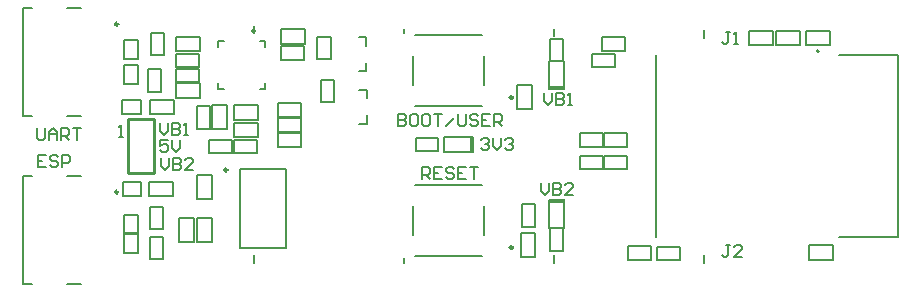
<source format=gto>
G04*
G04 #@! TF.GenerationSoftware,Altium Limited,Altium Designer,24.9.1 (31)*
G04*
G04 Layer_Color=65535*
%FSLAX25Y25*%
%MOIN*%
G70*
G04*
G04 #@! TF.SameCoordinates,0C4B9269-15E2-45E3-B218-B4FFBFC8B41E*
G04*
G04*
G04 #@! TF.FilePolarity,Positive*
G04*
G01*
G75*
%ADD10C,0.00787*%
%ADD11C,0.00984*%
%ADD12C,0.00500*%
%ADD13C,0.01000*%
%ADD14C,0.00600*%
%ADD15R,0.01456X0.05600*%
%ADD16R,0.05600X0.01456*%
D10*
X263358Y81500D02*
G03*
X263358Y81500I-394J0D01*
G01*
X151811Y70177D02*
Y79823D01*
X128878Y86811D02*
X151122D01*
X128189Y70177D02*
Y79823D01*
X128878Y63189D02*
X151122D01*
X151811Y20177D02*
Y29823D01*
X128878Y36811D02*
X151122D01*
X128189Y20177D02*
Y29823D01*
X128878Y13189D02*
X151122D01*
X112559Y65854D02*
Y68709D01*
X110000D02*
X112559D01*
Y57291D02*
Y60146D01*
X110000Y57291D02*
X112559D01*
X112459Y83454D02*
Y86309D01*
X109900D02*
X112459D01*
Y74891D02*
Y77746D01*
X109900Y74891D02*
X112459D01*
X-1909Y60000D02*
X945D01*
X12559D02*
X17480D01*
X-1909D02*
Y95984D01*
X945D01*
X12559D02*
X17480D01*
X-1909Y4016D02*
X945D01*
X12559D02*
X17480D01*
X-1909D02*
Y40000D01*
X945D01*
X12559D02*
X17480D01*
X63126Y69126D02*
Y71095D01*
Y69126D02*
X65095D01*
X78874D02*
Y71095D01*
X76906Y69126D02*
X78874D01*
X63126Y82906D02*
Y84874D01*
X65095D01*
X78874Y82906D02*
Y84874D01*
X76906D02*
X78874D01*
X70323Y15811D02*
X85677D01*
X70323Y42189D02*
X85677D01*
Y15811D02*
Y42189D01*
X70323Y15811D02*
Y42189D01*
D11*
X161358Y66142D02*
G03*
X161358Y66142I-492J0D01*
G01*
Y16142D02*
G03*
X161358Y16142I-492J0D01*
G01*
X29783Y90571D02*
G03*
X29783Y90571I-492J0D01*
G01*
Y34587D02*
G03*
X29783Y34587I-492J0D01*
G01*
X75429Y88360D02*
G03*
X75429Y88360I-492J0D01*
G01*
X66189Y41992D02*
G03*
X66189Y41992I-492J0D01*
G01*
D12*
X269917Y80315D02*
X289799D01*
X209090Y19685D02*
Y80315D01*
X269917Y19685D02*
X289799D01*
Y80315D01*
D13*
X33150Y59000D02*
X40850D01*
X41850D01*
Y42000D02*
Y59000D01*
Y41000D02*
Y42000D01*
X33150Y41000D02*
X41850D01*
X33150D02*
Y59000D01*
D14*
X60000Y52000D02*
X67600D01*
Y47600D02*
Y52000D01*
X60000Y47600D02*
X67600D01*
X60000D02*
Y52000D01*
X68300Y47600D02*
X75900D01*
X68300D02*
Y52000D01*
X75900D01*
Y47600D02*
Y52000D01*
X84162Y78772D02*
X91762D01*
X84162D02*
Y83172D01*
X91762D01*
Y78772D02*
Y83172D01*
X191200Y81800D02*
X198800D01*
X191200D02*
Y86200D01*
X198800D01*
Y81800D02*
Y86200D01*
X49200Y75700D02*
X56800D01*
Y71300D02*
Y75700D01*
X49200Y71300D02*
X56800D01*
X49200D02*
Y75700D01*
X164350Y22950D02*
Y30550D01*
X168750D01*
Y22950D02*
Y30550D01*
X164350Y22950D02*
X168750D01*
X49200Y80700D02*
X56800D01*
Y76300D02*
Y80700D01*
X49200Y76300D02*
X56800D01*
X49200D02*
Y80700D01*
X187700D02*
X195300D01*
Y76300D02*
Y80700D01*
X187700Y76300D02*
X195300D01*
X187700D02*
Y80700D01*
X55900Y55800D02*
Y63400D01*
X60300D01*
Y55800D02*
Y63400D01*
X55900Y55800D02*
X60300D01*
X209400Y16400D02*
X217000D01*
Y12000D02*
Y16400D01*
X209400Y12000D02*
X217000D01*
X209400D02*
Y16400D01*
X199700Y16500D02*
X207300D01*
Y12100D02*
Y16500D01*
X199700Y12100D02*
X207300D01*
X199700D02*
Y16500D01*
X83200Y54200D02*
X90800D01*
Y49800D02*
Y54200D01*
X83200Y49800D02*
X90800D01*
X83200D02*
Y54200D01*
Y64200D02*
X90800D01*
Y59800D02*
Y64200D01*
X83200Y59800D02*
X90800D01*
X83200D02*
Y64200D01*
Y54800D02*
X90800D01*
X83200D02*
Y59200D01*
X90800D01*
Y54800D02*
Y59200D01*
X191700Y54200D02*
X199300D01*
Y49800D02*
Y54200D01*
X191700Y49800D02*
X199300D01*
X191700D02*
Y54200D01*
Y46700D02*
X199300D01*
Y42300D02*
Y46700D01*
X191700Y42300D02*
X199300D01*
X191700D02*
Y46700D01*
X183700Y49800D02*
X191300D01*
X183700D02*
Y54200D01*
X191300D01*
Y49800D02*
Y54200D01*
X183700Y42300D02*
X191300D01*
X183700D02*
Y46700D01*
X191300D01*
Y42300D02*
Y46700D01*
X128916Y48200D02*
X136516D01*
X128916D02*
Y52600D01*
X136516D01*
Y48200D02*
Y52600D01*
X173800Y78200D02*
Y85800D01*
X178200D01*
Y78200D02*
Y85800D01*
X173800Y78200D02*
X178200D01*
Y15000D02*
Y22600D01*
X173800Y15000D02*
X178200D01*
X173800D02*
Y22600D01*
X178200D01*
X39600Y68100D02*
Y75700D01*
X44000D01*
Y68100D02*
Y75700D01*
X39600Y68100D02*
X44000D01*
X45000Y80200D02*
Y87800D01*
X40600Y80200D02*
X45000D01*
X40600D02*
Y87800D01*
X45000D01*
X101800Y64500D02*
Y72100D01*
X97400Y64500D02*
X101800D01*
X97400D02*
Y72100D01*
X101800D01*
X40300Y12200D02*
Y19800D01*
X44700D01*
Y12200D02*
Y19800D01*
X40300Y12200D02*
X44700D01*
Y22200D02*
Y29800D01*
X40300Y22200D02*
X44700D01*
X40300D02*
Y29800D01*
X44700D01*
X96166Y78835D02*
Y86435D01*
X100566D01*
Y78835D02*
Y86435D01*
X96166Y78835D02*
X100566D01*
X138516Y52900D02*
X147916D01*
X138516Y47900D02*
Y52900D01*
Y47900D02*
X147916D01*
X173500Y68900D02*
Y78300D01*
X178500D01*
Y68900D02*
Y78300D01*
X173500Y22500D02*
Y31900D01*
Y22500D02*
X178500D01*
Y31900D01*
X257013Y83517D02*
Y88317D01*
X249013D02*
X257013D01*
X249013Y83517D02*
Y88317D01*
Y83517D02*
X257013D01*
X240000Y83600D02*
Y88400D01*
Y83600D02*
X248000D01*
Y88400D01*
X240000D02*
X248000D01*
X76300Y58700D02*
Y63500D01*
X68300D02*
X76300D01*
X68300Y58700D02*
Y63500D01*
Y58700D02*
X76300D01*
Y52900D02*
Y57700D01*
X68300D02*
X76300D01*
X68300Y52900D02*
Y57700D01*
Y52900D02*
X76300D01*
X61200Y55600D02*
X66000D01*
Y63600D01*
X61200D02*
X66000D01*
X61200Y55600D02*
Y63600D01*
X163900Y13100D02*
X168700D01*
Y21100D01*
X163900D02*
X168700D01*
X163900Y13100D02*
Y21100D01*
X49000Y66100D02*
Y70900D01*
Y66100D02*
X57000D01*
Y70900D01*
X49000D02*
X57000D01*
X91962Y84072D02*
Y88872D01*
X83962D02*
X91962D01*
X83962Y84072D02*
Y88872D01*
Y84072D02*
X91962D01*
X48232Y60600D02*
Y65400D01*
X40232D02*
X48232D01*
X40232Y60600D02*
Y65400D01*
Y60600D02*
X48232D01*
X162800Y70400D02*
X167600D01*
X162800Y62400D02*
Y70400D01*
Y62400D02*
X167600D01*
Y70400D01*
X48000Y33300D02*
Y38100D01*
X40000D02*
X48000D01*
X40000Y33300D02*
Y38100D01*
Y33300D02*
X48000D01*
X267000Y83600D02*
Y88400D01*
X259000D02*
X267000D01*
X259000Y83600D02*
Y88400D01*
Y83600D02*
X267000D01*
X260100Y12100D02*
Y16900D01*
Y12100D02*
X268100D01*
Y16900D01*
X260100D02*
X268100D01*
X56166Y32168D02*
X60966D01*
Y40168D01*
X56166D02*
X60966D01*
X56166Y32168D02*
Y40168D01*
X56100Y26000D02*
X60900D01*
X56100Y18000D02*
Y26000D01*
Y18000D02*
X60900D01*
Y26000D01*
X50100D02*
X54900D01*
X50100Y18000D02*
Y26000D01*
Y18000D02*
X54900D01*
Y26000D01*
X49000Y81600D02*
Y86400D01*
Y81600D02*
X57000D01*
Y86400D01*
X49000D02*
X57000D01*
X31132Y65200D02*
X37332D01*
Y60600D02*
Y65200D01*
X31132Y60600D02*
X37332D01*
X31132D02*
Y65200D01*
X36350Y79087D02*
Y85287D01*
X31750Y79087D02*
X36350D01*
X31750D02*
Y85287D01*
X36350D01*
X31884Y70609D02*
Y76809D01*
X36484D01*
Y70609D02*
Y76809D01*
X31884Y70609D02*
X36484D01*
X31341Y38000D02*
X37541D01*
Y33400D02*
Y38000D01*
X31341Y33400D02*
X37541D01*
X31341D02*
Y38000D01*
X36300Y20900D02*
Y27100D01*
X31700Y20900D02*
X36300D01*
X31700D02*
Y27100D01*
X36300D01*
X31700Y14400D02*
Y20600D01*
X36300D01*
Y14400D02*
Y20600D01*
X31700Y14400D02*
X36300D01*
X125000Y87700D02*
Y88900D01*
X75000Y11000D02*
Y13500D01*
X125000Y11000D02*
Y12600D01*
X175000Y11000D02*
Y13500D01*
X225000Y11000D02*
Y13500D01*
X75000Y87500D02*
Y90000D01*
X175000Y86500D02*
Y89000D01*
X225000Y86000D02*
Y88500D01*
X30100Y53100D02*
X31433D01*
X30766D01*
Y57099D01*
X30100Y56432D01*
X150600Y51932D02*
X151267Y52599D01*
X152599D01*
X153266Y51932D01*
Y51266D01*
X152599Y50599D01*
X151933D01*
X152599D01*
X153266Y49933D01*
Y49266D01*
X152599Y48600D01*
X151267D01*
X150600Y49266D01*
X154599Y52599D02*
Y49933D01*
X155932Y48600D01*
X157264Y49933D01*
Y52599D01*
X158597Y51932D02*
X159264Y52599D01*
X160597D01*
X161263Y51932D01*
Y51266D01*
X160597Y50599D01*
X159930D01*
X160597D01*
X161263Y49933D01*
Y49266D01*
X160597Y48600D01*
X159264D01*
X158597Y49266D01*
X171600Y67599D02*
Y64933D01*
X172933Y63600D01*
X174266Y64933D01*
Y67599D01*
X175599D02*
Y63600D01*
X177598D01*
X178264Y64266D01*
Y64933D01*
X177598Y65599D01*
X175599D01*
X177598D01*
X178264Y66266D01*
Y66932D01*
X177598Y67599D01*
X175599D01*
X179597Y63600D02*
X180930D01*
X180264D01*
Y67599D01*
X179597Y66932D01*
X170600Y37599D02*
Y34933D01*
X171933Y33600D01*
X173266Y34933D01*
Y37599D01*
X174599D02*
Y33600D01*
X176598D01*
X177264Y34266D01*
Y34933D01*
X176598Y35599D01*
X174599D01*
X176598D01*
X177264Y36266D01*
Y36932D01*
X176598Y37599D01*
X174599D01*
X181263Y33600D02*
X178597D01*
X181263Y36266D01*
Y36932D01*
X180597Y37599D01*
X179264D01*
X178597Y36932D01*
X131100Y39100D02*
Y43099D01*
X133099D01*
X133766Y42432D01*
Y41099D01*
X133099Y40433D01*
X131100D01*
X132433D02*
X133766Y39100D01*
X137765Y43099D02*
X135099D01*
Y39100D01*
X137765D01*
X135099Y41099D02*
X136432D01*
X141763Y42432D02*
X141097Y43099D01*
X139764D01*
X139097Y42432D01*
Y41766D01*
X139764Y41099D01*
X141097D01*
X141763Y40433D01*
Y39766D01*
X141097Y39100D01*
X139764D01*
X139097Y39766D01*
X145762Y43099D02*
X143096D01*
Y39100D01*
X145762D01*
X143096Y41099D02*
X144429D01*
X147095Y43099D02*
X149761D01*
X148428D01*
Y39100D01*
X123100Y60599D02*
Y56600D01*
X125099D01*
X125766Y57266D01*
Y57933D01*
X125099Y58599D01*
X123100D01*
X125099D01*
X125766Y59266D01*
Y59932D01*
X125099Y60599D01*
X123100D01*
X129098D02*
X127765D01*
X127099Y59932D01*
Y57266D01*
X127765Y56600D01*
X129098D01*
X129764Y57266D01*
Y59932D01*
X129098Y60599D01*
X133097D02*
X131764D01*
X131097Y59932D01*
Y57266D01*
X131764Y56600D01*
X133097D01*
X133763Y57266D01*
Y59932D01*
X133097Y60599D01*
X135096D02*
X137762D01*
X136429D01*
Y56600D01*
X139095D02*
X141761Y59266D01*
X143094Y60599D02*
Y57266D01*
X143760Y56600D01*
X145093D01*
X145759Y57266D01*
Y60599D01*
X149758Y59932D02*
X149092Y60599D01*
X147759D01*
X147092Y59932D01*
Y59266D01*
X147759Y58599D01*
X149092D01*
X149758Y57933D01*
Y57266D01*
X149092Y56600D01*
X147759D01*
X147092Y57266D01*
X153757Y60599D02*
X151091D01*
Y56600D01*
X153757D01*
X151091Y58599D02*
X152424D01*
X155090Y56600D02*
Y60599D01*
X157089D01*
X157755Y59932D01*
Y58599D01*
X157089Y57933D01*
X155090D01*
X156423D02*
X157755Y56600D01*
X46266Y52099D02*
X43600D01*
Y50099D01*
X44933Y50766D01*
X45599D01*
X46266Y50099D01*
Y48766D01*
X45599Y48100D01*
X44266D01*
X43600Y48766D01*
X47599Y52099D02*
Y49433D01*
X48932Y48100D01*
X50265Y49433D01*
Y52099D01*
X44100Y46099D02*
Y43433D01*
X45433Y42100D01*
X46766Y43433D01*
Y46099D01*
X48099D02*
Y42100D01*
X50098D01*
X50765Y42766D01*
Y43433D01*
X50098Y44099D01*
X48099D01*
X50098D01*
X50765Y44766D01*
Y45432D01*
X50098Y46099D01*
X48099D01*
X54763Y42100D02*
X52097D01*
X54763Y44766D01*
Y45432D01*
X54097Y46099D01*
X52764D01*
X52097Y45432D01*
X43600Y57599D02*
Y54933D01*
X44933Y53600D01*
X46266Y54933D01*
Y57599D01*
X47599D02*
Y53600D01*
X49598D01*
X50265Y54266D01*
Y54933D01*
X49598Y55599D01*
X47599D01*
X49598D01*
X50265Y56266D01*
Y56932D01*
X49598Y57599D01*
X47599D01*
X51597Y53600D02*
X52930D01*
X52264D01*
Y57599D01*
X51597Y56932D01*
X5766Y47099D02*
X3100D01*
Y43100D01*
X5766D01*
X3100Y45099D02*
X4433D01*
X9764Y46432D02*
X9098Y47099D01*
X7765D01*
X7099Y46432D01*
Y45766D01*
X7765Y45099D01*
X9098D01*
X9764Y44433D01*
Y43766D01*
X9098Y43100D01*
X7765D01*
X7099Y43766D01*
X11097Y43100D02*
Y47099D01*
X13097D01*
X13763Y46432D01*
Y45099D01*
X13097Y44433D01*
X11097D01*
X2600Y56099D02*
Y52766D01*
X3266Y52100D01*
X4599D01*
X5266Y52766D01*
Y56099D01*
X6599Y52100D02*
Y54766D01*
X7932Y56099D01*
X9264Y54766D01*
Y52100D01*
Y54099D01*
X6599D01*
X10597Y52100D02*
Y56099D01*
X12597D01*
X13263Y55432D01*
Y54099D01*
X12597Y53433D01*
X10597D01*
X11930D02*
X13263Y52100D01*
X14596Y56099D02*
X17262D01*
X15929D01*
Y52100D01*
X233766Y17099D02*
X232433D01*
X233099D01*
Y13767D01*
X232433Y13100D01*
X231766D01*
X231100Y13767D01*
X237765Y13100D02*
X235099D01*
X237765Y15766D01*
Y16432D01*
X237098Y17099D01*
X235765D01*
X235099Y16432D01*
X233766Y88099D02*
X232433D01*
X233099D01*
Y84766D01*
X232433Y84100D01*
X231766D01*
X231100Y84766D01*
X235099Y84100D02*
X236432D01*
X235765D01*
Y88099D01*
X235099Y87432D01*
D15*
X147587Y50400D02*
D03*
D16*
X176000Y69228D02*
D03*
Y31572D02*
D03*
M02*

</source>
